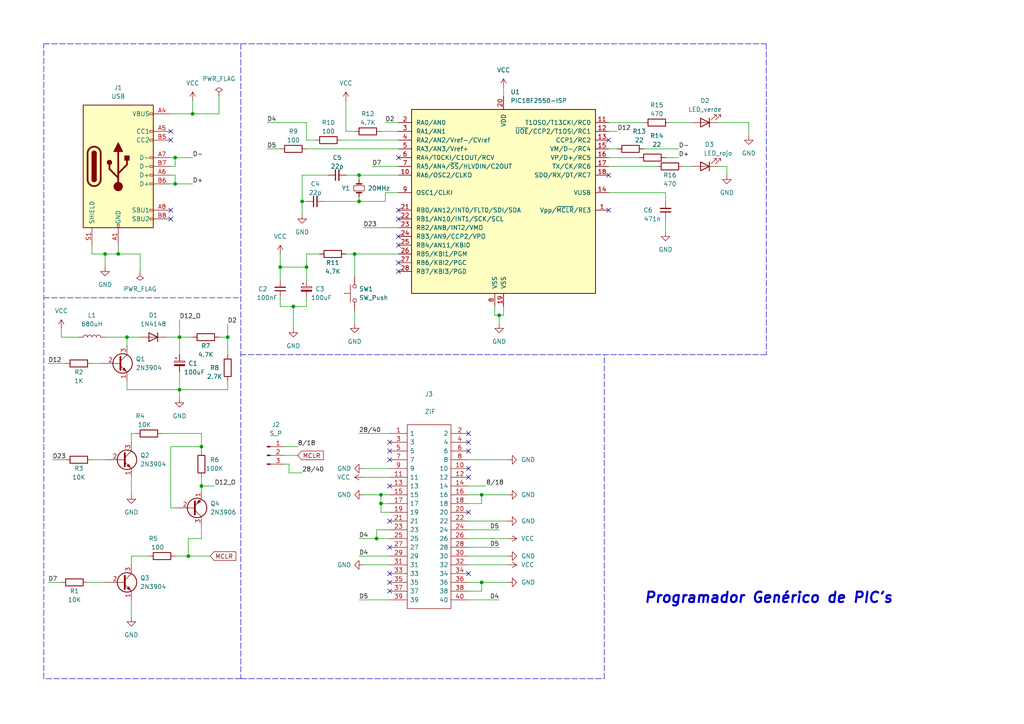
<source format=kicad_sch>
(kicad_sch (version 20211123) (generator eeschema)
  (paper "A4")
  (title_block (title "Programador Genérico de PIC's") (date "2022-11-22") (rev "1"))
  (lib_symbols
    (symbol "Connector:Conn_01x03_Male" (pin_names (offset 1.016) hide)
      (property "Reference" "J" (at 0 5.08 0))
      (property "Value" "Conn_01x03_Male" (at 0 -5.08 0))
      (symbol "Conn_01x03_Male_1_1"
        (polyline (pts (xy 1.27 -2.54) (xy 0.8636 -2.54)) (stroke (width 0.1524)))
        (polyline (pts (xy 1.27 0) (xy 0.8636 0)) (stroke (width 0.1524)))
        (polyline (pts (xy 1.27 2.54) (xy 0.8636 2.54)) (stroke (width 0.1524)))
        (rectangle (start 0.8636 -2.413) (end 0 -2.667) (stroke (width 0.1524)) (fill (type outline)))
        (rectangle (start 0.8636 0.127) (end 0 -0.127) (stroke (width 0.1524)) (fill (type outline)))
        (rectangle (start 0.8636 2.667) (end 0 2.413) (stroke (width 0.1524)) (fill (type outline)))
        (pin passive line (at 5.08 2.54 180) (length 3.81) (name "Pin_1") (number "1"))
        (pin passive line (at 5.08 0 180) (length 3.81) (name "Pin_2") (number "2"))
        (pin passive line (at 5.08 -2.54 180) (length 3.81) (name "Pin_3") (number "3"))
      )
    )
    (symbol "Connector:USB_C_Receptacle_USB2.0" (pin_names (offset 1.016))
      (property "Reference" "J" (at -10.16 19.05 0))
      (property "Value" "USB_C_Receptacle_USB2.0" (at 19.05 19.05 0))
      (symbol "USB_C_Receptacle_USB2.0_0_0"
        (rectangle (start -0.254 -17.78) (end 0.254 -16.764))
        (rectangle (start 10.16 -14.986) (end 9.144 -15.494))
        (rectangle (start 10.16 -12.446) (end 9.144 -12.954))
        (rectangle (start 10.16 -4.826) (end 9.144 -5.334))
        (rectangle (start 10.16 -2.286) (end 9.144 -2.794))
        (rectangle (start 10.16 0.254) (end 9.144 -0.254))
        (rectangle (start 10.16 2.794) (end 9.144 2.286))
        (rectangle (start 10.16 7.874) (end 9.144 7.366))
        (rectangle (start 10.16 10.414) (end 9.144 9.906))
        (rectangle (start 10.16 15.494) (end 9.144 14.986))
      )
      (symbol "USB_C_Receptacle_USB2.0_0_1"
        (rectangle (start -10.16 17.78) (end 10.16 -17.78) (stroke (width 0.254)) (fill (type background)))
        (arc (start -8.89 -3.81) (mid -6.985 -5.715) (end -5.08 -3.81) (stroke (width 0.508)))
        (arc (start -7.62 -3.81) (mid -6.985 -4.445) (end -6.35 -3.81) (stroke (width 0.254)))
        (arc (start -7.62 -3.81) (mid -6.985 -4.445) (end -6.35 -3.81) (stroke (width 0.254)) (fill (type outline)))
        (rectangle (start -7.62 -3.81) (end -6.35 3.81) (stroke (width 0.254)) (fill (type outline)))
        (arc (start -6.35 3.81) (mid -6.985 4.445) (end -7.62 3.81) (stroke (width 0.254)))
        (arc (start -6.35 3.81) (mid -6.985 4.445) (end -7.62 3.81) (stroke (width 0.254)) (fill (type outline)))
        (arc (start -5.08 3.81) (mid -6.985 5.715) (end -8.89 3.81) (stroke (width 0.508)))
        (circle (center -2.54 1.143) (radius 0.635) (stroke (width 0.254)) (fill (type outline)))
        (circle (center 0 -5.842) (radius 1.27) (fill (type outline)))
        (polyline (pts (xy -8.89 -3.81) (xy -8.89 3.81)) (stroke (width 0.508)))
        (polyline (pts (xy -5.08 3.81) (xy -5.08 -3.81)) (stroke (width 0.508)))
        (polyline (pts (xy 0 -5.842) (xy 0 4.318)) (stroke (width 0.508)))
        (polyline (pts (xy 0 -3.302) (xy -2.54 -0.762) (xy -2.54 0.508)) (stroke (width 0.508)))
        (polyline (pts (xy 0 -2.032) (xy 2.54 0.508) (xy 2.54 1.778)) (stroke (width 0.508)))
        (polyline (pts (xy -1.27 4.318) (xy 0 6.858) (xy 1.27 4.318) (xy -1.27 4.318)) (stroke (width 0.254)) (fill (type outline)))
        (rectangle (start 1.905 1.778) (end 3.175 3.048) (stroke (width 0.254)) (fill (type outline)))
      )
      (symbol "USB_C_Receptacle_USB2.0_1_1"
        (pin passive line (at 0 -22.86 90) (length 5.08) (name "GND") (number "A1"))
        (pin passive line (at 0 -22.86 90) (length 5.08) hide (name "GND") (number "A12"))
        (pin passive line (at 15.24 15.24 180) (length 5.08) (name "VBUS") (number "A4"))
        (pin bidirectional line (at 15.24 10.16 180) (length 5.08) (name "CC1") (number "A5"))
        (pin bidirectional line (at 15.24 -2.54 180) (length 5.08) (name "D+") (number "A6"))
        (pin bidirectional line (at 15.24 2.54 180) (length 5.08) (name "D-") (number "A7"))
        (pin bidirectional line (at 15.24 -12.7 180) (length 5.08) (name "SBU1") (number "A8"))
        (pin passive line (at 15.24 15.24 180) (length 5.08) hide (name "VBUS") (number "A9"))
        (pin passive line (at 0 -22.86 90) (length 5.08) hide (name "GND") (number "B1"))
        (pin passive line (at 0 -22.86 90) (length 5.08) hide (name "GND") (number "B12"))
        (pin passive line (at 15.24 15.24 180) (length 5.08) hide (name "VBUS") (number "B4"))
        (pin bidirectional line (at 15.24 7.62 180) (length 5.08) (name "CC2") (number "B5"))
        (pin bidirectional line (at 15.24 -5.08 180) (length 5.08) (name "D+") (number "B6"))
        (pin bidirectional line (at 15.24 0 180) (length 5.08) (name "D-") (number "B7"))
        (pin bidirectional line (at 15.24 -15.24 180) (length 5.08) (name "SBU2") (number "B8"))
        (pin passive line (at 15.24 15.24 180) (length 5.08) hide (name "VBUS") (number "B9"))
        (pin passive line (at -7.62 -22.86 90) (length 5.08) (name "SHIELD") (number "S1"))
      )
    )
    (symbol "Device:C_Polarized_Small" (pin_numbers hide) (pin_names (offset 0.254) hide)
      (property "Reference" "C" (at 0.254 1.778 0))
      (property "Value" "C_Polarized_Small" (at 0.254 -2.032 0))
      (symbol "C_Polarized_Small_0_1"
        (rectangle (start -1.524 -0.3048) (end 1.524 -0.6858) (fill (type outline)))
        (rectangle (start -1.524 0.6858) (end 1.524 0.3048))
        (polyline (pts (xy -1.27 1.524) (xy -0.762 1.524)))
        (polyline (pts (xy -1.016 1.27) (xy -1.016 1.778)))
      )
      (symbol "C_Polarized_Small_1_1"
        (pin passive line (at 0 2.54 270) (length 1.8542) (name "~") (number "1"))
        (pin passive line (at 0 -2.54 90) (length 1.8542) (name "~") (number "2"))
      )
    )
    (symbol "Device:C_Small" (pin_numbers hide) (pin_names (offset 0.254) hide)
      (property "Reference" "C" (at 0.254 1.778 0))
      (property "Value" "C_Small" (at 0.254 -2.032 0))
      (symbol "C_Small_0_1"
        (polyline (pts (xy -1.524 -0.508) (xy 1.524 -0.508)) (stroke (width 0.3302)))
        (polyline (pts (xy -1.524 0.508) (xy 1.524 0.508)) (stroke (width 0.3048)))
      )
      (symbol "C_Small_1_1"
        (pin passive line (at 0 2.54 270) (length 2.032) (name "~") (number "1"))
        (pin passive line (at 0 -2.54 90) (length 2.032) (name "~") (number "2"))
      )
    )
    (symbol "Device:Crystal_Small" (pin_numbers hide) (pin_names (offset 1.016) hide)
      (property "Reference" "Y" (at 0 2.54 0))
      (property "Value" "Crystal_Small" (at 0 -2.54 0))
      (symbol "Crystal_Small_0_1"
        (rectangle (start -0.762 -1.524) (end 0.762 1.524))
        (polyline (pts (xy -1.27 -0.762) (xy -1.27 0.762)) (stroke (width 0.381)))
        (polyline (pts (xy 1.27 -0.762) (xy 1.27 0.762)) (stroke (width 0.381)))
      )
      (symbol "Crystal_Small_1_1"
        (pin passive line (at -2.54 0 0) (length 1.27) (name "1") (number "1"))
        (pin passive line (at 2.54 0 180) (length 1.27) (name "2") (number "2"))
      )
    )
    (symbol "Device:L" (pin_numbers hide) (pin_names (offset 1.016) hide)
      (property "Reference" "L" (at -1.27 0 90))
      (property "Value" "L" (at 1.905 0 90))
      (symbol "L_0_1"
        (arc (start 0 -2.54) (mid 0.635 -1.905) (end 0 -1.27))
        (arc (start 0 -1.27) (mid 0.635 -0.635) (end 0 0))
        (arc (start 0 0) (mid 0.635 0.635) (end 0 1.27))
        (arc (start 0 1.27) (mid 0.635 1.905) (end 0 2.54))
      )
      (symbol "L_1_1"
        (pin passive line (at 0 3.81 270) (length 1.27) (name "1") (number "1"))
        (pin passive line (at 0 -3.81 90) (length 1.27) (name "2") (number "2"))
      )
    )
    (symbol "Device:LED" (pin_numbers hide) (pin_names (offset 1.016) hide)
      (property "Reference" "D" (at 0 2.54 0))
      (property "Value" "LED" (at 0 -2.54 0))
      (symbol "LED_0_1"
        (polyline (pts (xy -1.27 -1.27) (xy -1.27 1.27)) (stroke (width 0.254)))
        (polyline (pts (xy -1.27 0) (xy 1.27 0)))
        (polyline (pts (xy 1.27 -1.27) (xy 1.27 1.27) (xy -1.27 0) (xy 1.27 -1.27)) (stroke (width 0.254)))
        (polyline (pts (xy -3.048 -0.762) (xy -4.572 -2.286) (xy -3.81 -2.286) (xy -4.572 -2.286) (xy -4.572 -1.524)))
        (polyline (pts (xy -1.778 -0.762) (xy -3.302 -2.286) (xy -2.54 -2.286) (xy -3.302 -2.286) (xy -3.302 -1.524)))
      )
      (symbol "LED_1_1"
        (pin passive line (at -3.81 0 0) (length 2.54) (name "K") (number "1"))
        (pin passive line (at 3.81 0 180) (length 2.54) (name "A") (number "2"))
      )
    )
    (symbol "Device:R" (pin_numbers hide) (pin_names (offset 0))
      (property "Reference" "R" (at 2.032 0 90))
      (property "Value" "R" (at 0 0 90))
      (symbol "R_0_1"
        (rectangle (start -1.016 -2.54) (end 1.016 2.54) (stroke (width 0.254)))
      )
      (symbol "R_1_1"
        (pin passive line (at 0 3.81 270) (length 1.27) (name "~") (number "1"))
        (pin passive line (at 0 -3.81 90) (length 1.27) (name "~") (number "2"))
      )
    )
    (symbol "Diode:1N4148" (pin_numbers hide) (pin_names (offset 1.016) hide)
      (property "Reference" "D" (at 0 2.54 0))
      (property "Value" "1N4148" (at 0 -2.54 0))
      (symbol "1N4148_0_1"
        (polyline (pts (xy -1.27 1.27) (xy -1.27 -1.27)) (stroke (width 0.254)))
        (polyline (pts (xy 1.27 0) (xy -1.27 0)))
        (polyline (pts (xy 1.27 1.27) (xy 1.27 -1.27) (xy -1.27 0) (xy 1.27 1.27)) (stroke (width 0.254)))
      )
      (symbol "1N4148_1_1"
        (pin passive line (at -3.81 0 0) (length 2.54) (name "K") (number "1"))
        (pin passive line (at 3.81 0 180) (length 2.54) (name "A") (number "2"))
      )
    )
    (symbol "MCU_Microchip_PIC18:PIC18F2550-ISP" (pin_names (offset 1.27))
      (property "Reference" "U" (at -25.4 27.94 0))
      (property "Value" "PIC18F2550-ISP" (at 16.51 -27.94 0))
      (symbol "PIC18F2550-ISP_0_1"
        (rectangle (start -26.67 26.67) (end 26.67 -26.67) (stroke (width 0.254)) (fill (type background)))
      )
      (symbol "PIC18F2550-ISP_1_1"
        (pin input line (at 30.48 -2.54 180) (length 3.81) (name "Vpp/~{MCLR}/RE3") (number "1"))
        (pin output line (at -30.48 7.62 0) (length 3.81) (name "RA6/OSC2/CLKO") (number "10"))
        (pin bidirectional line (at 30.48 22.86 180) (length 3.81) (name "T1OSO/T13CKI/RC0") (number "11"))
        (pin bidirectional line (at 30.48 20.32 180) (length 3.81) (name "~{UOE}/CCP2/T1OSI/RC1") (number "12"))
        (pin bidirectional line (at 30.48 17.78 180) (length 3.81) (name "CCP1/RC2") (number "13"))
        (pin bidirectional line (at 30.48 2.54 180) (length 3.81) (name "VUSB") (number "14"))
        (pin bidirectional line (at 30.48 15.24 180) (length 3.81) (name "VM/D-/RC4") (number "15"))
        (pin bidirectional line (at 30.48 12.7 180) (length 3.81) (name "VP/D+/RC5") (number "16"))
        (pin bidirectional line (at 30.48 10.16 180) (length 3.81) (name "TX/CK/RC6") (number "17"))
        (pin bidirectional line (at 30.48 7.62 180) (length 3.81) (name "SDO/RX/DT/RC7") (number "18"))
        (pin power_in line (at 0 -30.48 90) (length 3.81) (name "VSS") (number "19"))
        (pin bidirectional line (at -30.48 22.86 0) (length 3.81) (name "RA0/AN0") (number "2"))
        (pin power_in line (at 0 30.48 270) (length 3.81) (name "VDD") (number "20"))
        (pin bidirectional line (at -30.48 -2.54 0) (length 3.81) (name "RB0/AN12/INT0/FLT0/SDI/SDA") (number "21"))
        (pin bidirectional line (at -30.48 -5.08 0) (length 3.81) (name "RB1/AN10/INT1/SCK/SCL") (number "22"))
        (pin bidirectional line (at -30.48 -7.62 0) (length 3.81) (name "RB2/AN8/INT2/VMO") (number "23"))
        (pin bidirectional line (at -30.48 -10.16 0) (length 3.81) (name "RB3/AN9/CCP2/VPO") (number "24"))
        (pin bidirectional line (at -30.48 -12.7 0) (length 3.81) (name "RB4/AN11/KBI0") (number "25"))
        (pin bidirectional line (at -30.48 -15.24 0) (length 3.81) (name "RB5/KBI1/PGM") (number "26"))
        (pin bidirectional line (at -30.48 -17.78 0) (length 3.81) (name "RB6/KBI2/PGC") (number "27"))
        (pin bidirectional line (at -30.48 -20.32 0) (length 3.81) (name "RB7/KBI3/PGD") (number "28"))
        (pin bidirectional line (at -30.48 20.32 0) (length 3.81) (name "RA1/AN1") (number "3"))
        (pin bidirectional line (at -30.48 17.78 0) (length 3.81) (name "RA2/AN2/Vref-/CVref") (number "4"))
        (pin bidirectional line (at -30.48 15.24 0) (length 3.81) (name "RA3/AN3/Vref+") (number "5"))
        (pin bidirectional line (at -30.48 12.7 0) (length 3.81) (name "RA4/T0CKI/C1OUT/RCV") (number "6"))
        (pin bidirectional line (at -30.48 10.16 0) (length 3.81) (name "RA5/AN4/~{SS}/HLVDIN/C2OUT") (number "7"))
        (pin power_in line (at -2.54 -30.48 90) (length 3.81) (name "VSS") (number "8"))
        (pin input line (at -30.48 2.54 0) (length 3.81) (name "OSC1/CLKI") (number "9"))
      )
    )
    (symbol "Switch:SW_Push" (pin_numbers hide) (pin_names (offset 1.016) hide)
      (property "Reference" "SW" (at 1.27 2.54 0))
      (property "Value" "SW_Push" (at 0 -1.524 0))
      (symbol "SW_Push_0_1"
        (circle (center -2.032 0) (radius 0.508))
        (polyline (pts (xy 0 1.27) (xy 0 3.048)))
        (polyline (pts (xy 2.54 1.27) (xy -2.54 1.27)))
        (circle (center 2.032 0) (radius 0.508))
        (pin passive line (at -5.08 0 0) (length 2.54) (name "1") (number "1"))
        (pin passive line (at 5.08 0 180) (length 2.54) (name "2") (number "2"))
      )
    )
    (symbol "Transistor_BJT:2N3904" (pin_names (offset 0) hide)
      (property "Reference" "Q" (at 5.08 1.905 0))
      (property "Value" "2N3904" (at 5.08 0 0))
      (symbol "2N3904_0_1"
        (polyline (pts (xy 0.635 0.635) (xy 2.54 2.54)))
        (polyline (pts (xy 0.635 -0.635) (xy 2.54 -2.54) (xy 2.54 -2.54)))
        (polyline (pts (xy 0.635 1.905) (xy 0.635 -1.905) (xy 0.635 -1.905)) (stroke (width 0.508)))
        (polyline (pts (xy 1.27 -1.778) (xy 1.778 -1.27) (xy 2.286 -2.286) (xy 1.27 -1.778) (xy 1.27 -1.778)) (fill (type outline)))
        (circle (center 1.27 0) (radius 2.8194) (stroke (width 0.254)))
      )
      (symbol "2N3904_1_1"
        (pin passive line (at 2.54 -5.08 90) (length 2.54) (name "E") (number "1"))
        (pin passive line (at -5.08 0 0) (length 5.715) (name "B") (number "2"))
        (pin passive line (at 2.54 5.08 270) (length 2.54) (name "C") (number "3"))
      )
    )
    (symbol "Transistor_BJT:2N3906" (pin_names (offset 0) hide)
      (property "Reference" "Q" (at 5.08 1.905 0))
      (property "Value" "2N3906" (at 5.08 0 0))
      (symbol "2N3906_0_1"
        (polyline (pts (xy 0.635 0.635) (xy 2.54 2.54)))
        (polyline (pts (xy 0.635 -0.635) (xy 2.54 -2.54) (xy 2.54 -2.54)))
        (polyline (pts (xy 0.635 1.905) (xy 0.635 -1.905) (xy 0.635 -1.905)) (stroke (width 0.508)))
        (polyline (pts (xy 2.286 -1.778) (xy 1.778 -2.286) (xy 1.27 -1.27) (xy 2.286 -1.778) (xy 2.286 -1.778)) (fill (type outline)))
        (circle (center 1.27 0) (radius 2.8194) (stroke (width 0.254)))
      )
      (symbol "2N3906_1_1"
        (pin passive line (at 2.54 -5.08 90) (length 2.54) (name "E") (number "1"))
        (pin input line (at -5.08 0 0) (length 5.715) (name "B") (number "2"))
        (pin passive line (at 2.54 5.08 270) (length 2.54) (name "C") (number "3"))
      )
    )
    (symbol "ZIF Socket:240-1288-00-0602J" (pin_names (offset 0.762))
      (property "Reference" "J" (at 19.05 7.62 0))
      (property "Value" "240-1288-00-0602J" (at 19.05 5.08 0))
      (symbol "240-1288-00-0602J_0_0"
        (pin passive line (at 0 0 0) (length 5.08) (name "1") (number "1"))
        (pin passive line (at 22.86 -10.16 180) (length 5.08) (name "10") (number "10"))
        (pin passive line (at 0 -12.7 0) (length 5.08) (name "11") (number "11"))
        (pin passive line (at 22.86 -12.7 180) (length 5.08) (name "12") (number "12"))
        (pin passive line (at 0 -15.24 0) (length 5.08) (name "13") (number "13"))
        (pin passive line (at 22.86 -15.24 180) (length 5.08) (name "14") (number "14"))
        (pin passive line (at 0 -17.78 0) (length 5.08) (name "15") (number "15"))
        (pin passive line (at 22.86 -17.78 180) (length 5.08) (name "16") (number "16"))
        (pin passive line (at 0 -20.32 0) (length 5.08) (name "17") (number "17"))
        (pin passive line (at 22.86 -20.32 180) (length 5.08) (name "18") (number "18"))
        (pin passive line (at 0 -22.86 0) (length 5.08) (name "19") (number "19"))
        (pin passive line (at 22.86 0 180) (length 5.08) (name "2") (number "2"))
        (pin passive line (at 22.86 -22.86 180) (length 5.08) (name "20") (number "20"))
        (pin passive line (at 0 -25.4 0) (length 5.08) (name "21") (number "21"))
        (pin passive line (at 22.86 -25.4 180) (length 5.08) (name "22") (number "22"))
        (pin passive line (at 0 -27.94 0) (length 5.08) (name "23") (number "23"))
        (pin passive line (at 22.86 -27.94 180) (length 5.08) (name "24") (number "24"))
        (pin passive line (at 0 -30.48 0) (length 5.08) (name "25") (number "25"))
        (pin passive line (at 22.86 -30.48 180) (length 5.08) (name "26") (number "26"))
        (pin passive line (at 0 -33.02 0) (length 5.08) (name "27") (number "27"))
        (pin passive line (at 22.86 -33.02 180) (length 5.08) (name "28") (number "28"))
        (pin passive line (at 0 -35.56 0) (length 5.08) (name "29") (number "29"))
        (pin passive line (at 0 -2.54 0) (length 5.08) (name "3") (number "3"))
        (pin passive line (at 22.86 -35.56 180) (length 5.08) (name "30") (number "30"))
        (pin passive line (at 0 -38.1 0) (length 5.08) (name "31") (number "31"))
        (pin passive line (at 22.86 -38.1 180) (length 5.08) (name "32") (number "32"))
        (pin passive line (at 0 -40.64 0) (length 5.08) (name "33") (number "33"))
        (pin passive line (at 22.86 -40.64 180) (length 5.08) (name "34") (number "34"))
        (pin passive line (at 0 -43.18 0) (length 5.08) (name "35") (number "35"))
        (pin passive line (at 22.86 -43.18 180) (length 5.08) (name "36") (number "36"))
        (pin passive line (at 0 -45.72 0) (length 5.08) (name "37") (number "37"))
        (pin passive line (at 22.86 -45.72 180) (length 5.08) (name "38") (number "38"))
        (pin passive line (at 0 -48.26 0) (length 5.08) (name "39") (number "39"))
        (pin passive line (at 22.86 -2.54 180) (length 5.08) (name "4") (number "4"))
        (pin passive line (at 22.86 -48.26 180) (length 5.08) (name "40") (number "40"))
        (pin passive line (at 0 -5.08 0) (length 5.08) (name "5") (number "5"))
        (pin passive line (at 22.86 -5.08 180) (length 5.08) (name "6") (number "6"))
        (pin passive line (at 0 -7.62 0) (length 5.08) (name "7") (number "7"))
        (pin passive line (at 22.86 -7.62 180) (length 5.08) (name "8") (number "8"))
        (pin passive line (at 0 -10.16 0) (length 5.08) (name "9") (number "9"))
      )
      (symbol "240-1288-00-0602J_0_1"
        (polyline (pts (xy 5.08 2.54) (xy 17.78 2.54) (xy 17.78 -50.8) (xy 5.08 -50.8) (xy 5.08 2.54)) (stroke (width 0.1524)))
      )
    )
    (symbol "power:GND" (power) (pin_names (offset 0))
      (property "Value" "GND" (at 0 -3.81 0))
      (symbol "GND_0_1"
        (polyline (pts (xy 0 0) (xy 0 -1.27) (xy 1.27 -1.27) (xy 0 -2.54) (xy -1.27 -1.27) (xy 0 -1.27)))
      )
      (symbol "GND_1_1"
        (pin power_in line (at 0 0 270) (length 0) hide (name "GND") (number "1"))
      )
    )
    (symbol "power:PWR_FLAG" (power) (pin_numbers hide) (pin_names (offset 0) hide)
      (property "Value" "PWR_FLAG" (at 0 3.81 0))
      (symbol "PWR_FLAG_0_0"
        (pin power_out line (at 0 0 90) (length 0) (name "pwr") (number "1"))
      )
      (symbol "PWR_FLAG_0_1"
        (polyline (pts (xy 0 0) (xy 0 1.27) (xy -1.016 1.905) (xy 0 2.54) (xy 1.016 1.905) (xy 0 1.27)))
      )
    )
    (symbol "power:VCC" (power) (pin_names (offset 0))
      (property "Value" "VCC" (at 0 3.81 0))
      (symbol "VCC_0_1"
        (polyline (pts (xy -0.762 1.27) (xy 0 2.54)))
        (polyline (pts (xy 0 0) (xy 0 2.54)))
        (polyline (pts (xy 0 2.54) (xy 0.762 1.27)))
      )
      (symbol "VCC_1_1"
        (pin power_in line (at 0 0 90) (length 0) hide (name "VCC") (number "1"))
      )
    )
  )
  (junction (at 87.63 58.42))
  (junction (at 58.42 140.97))
  (junction (at 104.14 58.42))
  (junction (at 34.29 73.66))
  (junction (at 104.14 50.8))
  (junction (at 36.83 97.79))
  (junction (at 109.22 156.21))
  (junction (at 52.07 113.03))
  (junction (at 102.87 73.66))
  (junction (at 55.88 33.02))
  (junction (at 81.28 77.47))
  (junction (at 58.42 129.54))
  (junction (at 88.9 77.47))
  (junction (at 139.7 143.51))
  (junction (at 30.48 73.66))
  (junction (at 110.49 143.51))
  (junction (at 50.8 53.34))
  (junction (at 139.7 168.91))
  (junction (at 54.61 161.29))
  (junction (at 50.8 45.72))
  (junction (at 66.04 97.79))
  (junction (at 52.07 97.79))
  (junction (at 85.09 88.9))
  (junction (at 110.49 146.05))
  (junction (at 144.78 91.44))
  (no_connect (at 115.57 71.12))
  (no_connect (at 115.57 68.58))
  (no_connect (at 115.57 45.72))
  (no_connect (at 115.57 78.74))
  (no_connect (at 115.57 76.2))
  (no_connect (at 176.53 60.96))
  (no_connect (at 176.53 40.64))
  (no_connect (at 176.53 50.8))
  (no_connect (at 115.57 63.5))
  (no_connect (at 115.57 60.96))
  (no_connect (at 135.89 125.73))
  (no_connect (at 135.89 128.27))
  (no_connect (at 135.89 130.81))
  (no_connect (at 135.89 135.89))
  (no_connect (at 135.89 138.43))
  (no_connect (at 113.03 128.27))
  (no_connect (at 135.89 166.37))
  (no_connect (at 113.03 171.45))
  (no_connect (at 113.03 168.91))
  (no_connect (at 113.03 166.37))
  (no_connect (at 113.03 133.35))
  (no_connect (at 113.03 130.81))
  (no_connect (at 135.89 148.59))
  (no_connect (at 113.03 158.75))
  (no_connect (at 113.03 151.13))
  (no_connect (at 113.03 140.97))
  (no_connect (at 49.53 40.64))
  (no_connect (at 49.53 60.96))
  (no_connect (at 49.53 63.5))
  (no_connect (at 49.53 38.1))
  (wire (pts (xy 26.67 133.35) (xy 30.48 133.35)))
  (wire (pts (xy 49.53 33.02) (xy 55.88 33.02)))
  (wire (pts (xy 52.07 113.03) (xy 52.07 115.57)))
  (wire (pts (xy 39.37 125.73) (xy 38.1 125.73)))
  (wire (pts (xy 143.51 88.9) (xy 143.51 91.44)))
  (wire (pts (xy 38.1 138.43) (xy 38.1 143.51)))
  (wire (pts (xy 63.5 27.94) (xy 63.5 33.02)))
  (wire (pts (xy 193.04 55.88) (xy 193.04 58.42)))
  (wire (pts (xy 54.61 161.29) (xy 60.96 161.29)))
  (wire (pts (xy 110.49 148.59) (xy 110.49 146.05)))
  (wire (pts (xy 36.83 97.79) (xy 36.83 100.33)))
  (polyline (pts (xy 222.25 12.7) (xy 222.25 102.87)))
  (wire (pts (xy 66.04 113.03) (xy 52.07 113.03)))
  (wire (pts (xy 13.97 105.41) (xy 19.05 105.41)))
  (wire (pts (xy 135.89 173.99) (xy 144.78 173.99)))
  (wire (pts (xy 88.9 40.64) (xy 91.44 40.64)))
  (wire (pts (xy 135.89 151.13) (xy 147.32 151.13)))
  (polyline (pts (xy 175.26 196.85) (xy 175.26 102.87)))
  (wire (pts (xy 100.33 29.21) (xy 100.33 38.1)))
  (wire (pts (xy 83.82 137.16) (xy 87.63 137.16)))
  (wire (pts (xy 58.42 152.4) (xy 58.42 156.21)))
  (wire (pts (xy 49.53 45.72) (xy 50.8 45.72)))
  (wire (pts (xy 81.28 73.66) (xy 81.28 77.47)))
  (wire (pts (xy 135.89 133.35) (xy 147.32 133.35)))
  (wire (pts (xy 113.03 146.05) (xy 110.49 146.05)))
  (wire (pts (xy 135.89 168.91) (xy 139.7 168.91)))
  (wire (pts (xy 107.95 48.26) (xy 115.57 48.26)))
  (wire (pts (xy 135.89 143.51) (xy 139.7 143.51)))
  (wire (pts (xy 30.48 97.79) (xy 36.83 97.79)))
  (wire (pts (xy 113.03 153.67) (xy 109.22 153.67)))
  (wire (pts (xy 83.82 134.62) (xy 83.82 137.16)))
  (polyline (pts (xy 12.7 86.36) (xy 69.85 86.36)))
  (wire (pts (xy 50.8 48.26) (xy 50.8 45.72)))
  (wire (pts (xy 49.53 53.34) (xy 50.8 53.34)))
  (wire (pts (xy 49.53 129.54) (xy 58.42 129.54)))
  (wire (pts (xy 25.4 168.91) (xy 30.48 168.91)))
  (wire (pts (xy 50.8 53.34) (xy 55.88 53.34)))
  (wire (pts (xy 135.89 158.75) (xy 144.78 158.75)))
  (wire (pts (xy 30.48 73.66) (xy 34.29 73.66)))
  (wire (pts (xy 49.53 147.32) (xy 50.8 147.32)))
  (wire (pts (xy 135.89 156.21) (xy 147.32 156.21)))
  (wire (pts (xy 104.14 52.07) (xy 104.14 50.8)))
  (wire (pts (xy 176.53 55.88) (xy 193.04 55.88)))
  (wire (pts (xy 88.9 88.9) (xy 88.9 86.36)))
  (wire (pts (xy 50.8 45.72) (xy 55.88 45.72)))
  (polyline (pts (xy 69.85 12.7) (xy 222.25 12.7)))
  (wire (pts (xy 50.8 50.8) (xy 50.8 53.34)))
  (wire (pts (xy 198.12 48.26) (xy 200.66 48.26)))
  (wire (pts (xy 111.76 58.42) (xy 104.14 58.42)))
  (wire (pts (xy 135.89 161.29) (xy 147.32 161.29)))
  (wire (pts (xy 109.22 153.67) (xy 109.22 156.21)))
  (wire (pts (xy 115.57 55.88) (xy 111.76 55.88)))
  (wire (pts (xy 146.05 91.44) (xy 146.05 88.9)))
  (wire (pts (xy 77.47 43.18) (xy 81.28 43.18)))
  (wire (pts (xy 186.69 43.18) (xy 196.85 43.18)))
  (wire (pts (xy 38.1 125.73) (xy 38.1 128.27)))
  (wire (pts (xy 58.42 129.54) (xy 58.42 130.81)))
  (wire (pts (xy 38.1 161.29) (xy 43.18 161.29)))
  (wire (pts (xy 104.14 156.21) (xy 109.22 156.21)))
  (wire (pts (xy 105.41 135.89) (xy 113.03 135.89)))
  (wire (pts (xy 54.61 156.21) (xy 58.42 156.21)))
  (wire (pts (xy 88.9 77.47) (xy 88.9 81.28)))
  (wire (pts (xy 176.53 38.1) (xy 179.07 38.1)))
  (wire (pts (xy 140.97 140.97) (xy 135.89 140.97)))
  (wire (pts (xy 105.41 138.43) (xy 113.03 138.43)))
  (wire (pts (xy 139.7 146.05) (xy 139.7 143.51)))
  (wire (pts (xy 144.78 91.44) (xy 144.78 93.98)))
  (wire (pts (xy 26.67 73.66) (xy 30.48 73.66)))
  (wire (pts (xy 104.14 161.29) (xy 113.03 161.29)))
  (wire (pts (xy 52.07 92.71) (xy 52.07 97.79)))
  (wire (pts (xy 135.89 163.83) (xy 147.32 163.83)))
  (wire (pts (xy 66.04 110.49) (xy 66.04 113.03)))
  (wire (pts (xy 93.98 58.42) (xy 104.14 58.42)))
  (wire (pts (xy 87.63 50.8) (xy 87.63 58.42)))
  (wire (pts (xy 87.63 58.42) (xy 88.9 58.42)))
  (wire (pts (xy 100.33 73.66) (xy 102.87 73.66)))
  (wire (pts (xy 104.14 173.99) (xy 113.03 173.99)))
  (wire (pts (xy 48.26 97.79) (xy 52.07 97.79)))
  (wire (pts (xy 52.07 97.79) (xy 52.07 102.87)))
  (wire (pts (xy 111.76 55.88) (xy 111.76 58.42)))
  (wire (pts (xy 81.28 88.9) (xy 85.09 88.9)))
  (wire (pts (xy 26.67 105.41) (xy 29.21 105.41)))
  (wire (pts (xy 38.1 173.99) (xy 38.1 179.07)))
  (wire (pts (xy 113.03 148.59) (xy 110.49 148.59)))
  (wire (pts (xy 193.04 45.72) (xy 196.85 45.72)))
  (wire (pts (xy 208.28 48.26) (xy 210.82 48.26)))
  (wire (pts (xy 176.53 48.26) (xy 190.5 48.26)))
  (wire (pts (xy 34.29 73.66) (xy 34.29 71.12)))
  (wire (pts (xy 104.14 58.42) (xy 104.14 57.15)))
  (wire (pts (xy 135.89 146.05) (xy 139.7 146.05)))
  (wire (pts (xy 100.33 50.8) (xy 104.14 50.8)))
  (wire (pts (xy 49.53 48.26) (xy 50.8 48.26)))
  (wire (pts (xy 52.07 113.03) (xy 52.07 107.95)))
  (wire (pts (xy 143.51 91.44) (xy 144.78 91.44)))
  (wire (pts (xy 49.53 50.8) (xy 50.8 50.8)))
  (wire (pts (xy 110.49 146.05) (xy 110.49 143.51)))
  (wire (pts (xy 210.82 48.26) (xy 210.82 50.8)))
  (wire (pts (xy 15.24 133.35) (xy 19.05 133.35)))
  (wire (pts (xy 30.48 73.66) (xy 30.48 77.47)))
  (wire (pts (xy 102.87 73.66) (xy 115.57 73.66)))
  (wire (pts (xy 81.28 81.28) (xy 81.28 77.47)))
  (wire (pts (xy 81.28 77.47) (xy 88.9 77.47)))
  (polyline (pts (xy 69.85 196.85) (xy 175.26 196.85)))
  (wire (pts (xy 99.06 40.64) (xy 115.57 40.64)))
  (wire (pts (xy 105.41 66.04) (xy 115.57 66.04)))
  (wire (pts (xy 88.9 35.56) (xy 88.9 40.64)))
  (wire (pts (xy 139.7 168.91) (xy 147.32 168.91)))
  (wire (pts (xy 176.53 45.72) (xy 185.42 45.72)))
  (wire (pts (xy 135.89 153.67) (xy 144.78 153.67)))
  (wire (pts (xy 50.8 161.29) (xy 54.61 161.29)))
  (wire (pts (xy 194.31 35.56) (xy 200.66 35.56)))
  (wire (pts (xy 13.97 168.91) (xy 17.78 168.91)))
  (wire (pts (xy 81.28 86.36) (xy 81.28 88.9)))
  (wire (pts (xy 17.78 95.25) (xy 17.78 97.79)))
  (wire (pts (xy 87.63 58.42) (xy 87.63 62.23)))
  (wire (pts (xy 63.5 33.02) (xy 55.88 33.02)))
  (wire (pts (xy 88.9 43.18) (xy 115.57 43.18)))
  (wire (pts (xy 58.42 125.73) (xy 58.42 129.54)))
  (wire (pts (xy 58.42 140.97) (xy 58.42 142.24)))
  (wire (pts (xy 49.53 147.32) (xy 49.53 129.54)))
  (wire (pts (xy 82.55 134.62) (xy 83.82 134.62)))
  (wire (pts (xy 85.09 88.9) (xy 85.09 95.25)))
  (wire (pts (xy 88.9 73.66) (xy 88.9 77.47)))
  (polyline (pts (xy 222.25 102.87) (xy 69.85 102.87)))
  (wire (pts (xy 40.64 78.74) (xy 40.64 73.66)))
  (wire (pts (xy 217.17 35.56) (xy 217.17 39.37)))
  (wire (pts (xy 102.87 38.1) (xy 100.33 38.1)))
  (wire (pts (xy 95.25 50.8) (xy 87.63 50.8)))
  (wire (pts (xy 26.67 71.12) (xy 26.67 73.66)))
  (wire (pts (xy 102.87 73.66) (xy 102.87 80.01)))
  (wire (pts (xy 102.87 90.17) (xy 102.87 93.98)))
  (wire (pts (xy 82.55 132.08) (xy 86.36 132.08)))
  (wire (pts (xy 104.14 50.8) (xy 115.57 50.8)))
  (wire (pts (xy 82.55 129.54) (xy 86.36 129.54)))
  (wire (pts (xy 208.28 35.56) (xy 217.17 35.56)))
  (wire (pts (xy 85.09 88.9) (xy 88.9 88.9)))
  (wire (pts (xy 139.7 171.45) (xy 139.7 168.91)))
  (wire (pts (xy 105.41 143.51) (xy 110.49 143.51)))
  (wire (pts (xy 146.05 25.4) (xy 146.05 27.94)))
  (wire (pts (xy 113.03 125.73) (xy 104.14 125.73)))
  (wire (pts (xy 38.1 163.83) (xy 38.1 161.29)))
  (wire (pts (xy 105.41 163.83) (xy 113.03 163.83)))
  (wire (pts (xy 58.42 138.43) (xy 58.42 140.97)))
  (wire (pts (xy 58.42 140.97) (xy 62.23 140.97)))
  (wire (pts (xy 46.99 125.73) (xy 58.42 125.73)))
  (polyline (pts (xy 12.7 12.7) (xy 69.85 12.7)))
  (wire (pts (xy 40.64 73.66) (xy 34.29 73.66)))
  (wire (pts (xy 111.76 35.56) (xy 115.57 35.56)))
  (wire (pts (xy 36.83 113.03) (xy 52.07 113.03)))
  (wire (pts (xy 17.78 97.79) (xy 22.86 97.79)))
  (polyline (pts (xy 12.7 196.85) (xy 12.7 12.7)))
  (wire (pts (xy 66.04 97.79) (xy 66.04 102.87)))
  (wire (pts (xy 110.49 143.51) (xy 113.03 143.51)))
  (polyline (pts (xy 69.85 196.85) (xy 12.7 196.85)))
  (wire (pts (xy 36.83 110.49) (xy 36.83 113.03)))
  (wire (pts (xy 63.5 97.79) (xy 66.04 97.79)))
  (polyline (pts (xy 69.85 12.7) (xy 69.85 196.85)))
  (wire (pts (xy 139.7 143.51) (xy 147.32 143.51)))
  (wire (pts (xy 110.49 38.1) (xy 115.57 38.1)))
  (wire (pts (xy 92.71 73.66) (xy 88.9 73.66)))
  (wire (pts (xy 55.88 33.02) (xy 55.88 29.21)))
  (wire (pts (xy 77.47 35.56) (xy 88.9 35.56)))
  (wire (pts (xy 66.04 93.98) (xy 66.04 97.79)))
  (wire (pts (xy 176.53 35.56) (xy 186.69 35.56)))
  (wire (pts (xy 193.04 63.5) (xy 193.04 67.31)))
  (wire (pts (xy 36.83 97.79) (xy 40.64 97.79)))
  (wire (pts (xy 176.53 43.18) (xy 179.07 43.18)))
  (wire (pts (xy 135.89 171.45) (xy 139.7 171.45)))
  (wire (pts (xy 54.61 161.29) (xy 54.61 156.21)))
  (wire (pts (xy 144.78 91.44) (xy 146.05 91.44)))
  (wire (pts (xy 52.07 97.79) (xy 55.88 97.79)))
  (wire (pts (xy 109.22 156.21) (xy 113.03 156.21)))
  (text "Programador Genérico de PIC's" (at 186.69 175.26 0) (effects (font (size 3 3) (thickness 0.6) bold italic) (justify left bottom)))
  (label "D4" (at 77.47 35.56 0))
  (label "D12_O" (at 62.23 140.97 0))
  (label "D7" (at 13.97 168.91 0))
  (label "D2" (at 66.04 93.98 0))
  (label "D12" (at 179.07 38.1 0))
  (label "D12" (at 13.97 105.41 0))
  (label "D23" (at 15.24 133.35 0))
  (label "D4" (at 144.78 173.99 180))
  (label "8{slash}18" (at 86.36 129.54 0))
  (label "D12_O" (at 52.07 92.71 0))
  (label "D7" (at 107.95 48.26 0))
  (label "D5" (at 144.78 158.75 180))
  (label "D4" (at 104.14 161.29 0))
  (label "D5" (at 144.78 153.67 180))
  (label "D4" (at 104.14 156.21 0))
  (label "D2" (at 111.76 35.56 0))
  (label "D5" (at 77.47 43.18 0))
  (label "D23" (at 105.41 66.04 0))
  (label "28{slash}40" (at 104.14 125.73 0))
  (label "D+" (at 55.88 53.34 0))
  (label "D5" (at 104.14 173.99 0))
  (label "28{slash}40" (at 87.63 137.16 0))
  (label "8{slash}18" (at 140.97 140.97 0))
  (label "D-" (at 196.85 43.18 0))
  (label "D+" (at 196.85 45.72 0))
  (label "D-" (at 55.88 45.72 0))
  (global_label "MCLR" (shape input) (at 60.96 161.29 0) (property "Referencias entre hojas" "${INTERSHEET_REFS}" (effects hide)))
  (global_label "MCLR" (shape input) (at 86.36 132.08 0) (property "Referencias entre hojas" "${INTERSHEET_REFS}" (effects hide)))
  (symbol (lib_id "Device:R") (at 96.52 73.66 90) (unit 1)
    (property "Reference" "R11" (at 96.52 76.2 90))
    (property "Value" "4.7K" (at 96.52 78.74 90))
    (property "Footprint" "Resistor_THT:R_Axial_DIN0204_L3.6mm_D1.6mm_P5.08mm_Horizontal" (effects hide))
  )
  (symbol (lib_id "Diode:1N4148") (at 44.45 97.79 180) (unit 1)
    (property "Reference" "D1" (at 44.45 91.44 0))
    (property "Value" "1N4148" (at 44.45 93.98 0))
    (property "Footprint" "Diode_THT:D_DO-35_SOD27_P7.62mm_Horizontal" (effects hide))
    (property "Datasheet" "https://assets.nexperia.com/documents/data-sheet/1N4148_1N4448.pdf" (effects hide))
  )
  (symbol (lib_id "Device:C_Polarized_Small") (at 88.9 83.82 0) (unit 1)
    (property "Reference" "C3" (at 91.44 83.82 0) (effects (justify left)))
    (property "Value" "100uF" (at 90.17 86.36 0) (effects (justify left)))
    (property "Footprint" "Capacitor_THT:CP_Radial_D8.0mm_P5.00mm" (effects hide))
  )
  (symbol (lib_id "Device:R") (at 95.25 40.64 90) (unit 1)
    (property "Reference" "R10" (at 95.25 35.56 90))
    (property "Value" "100" (at 95.25 38.1 90))
    (property "Footprint" "Resistor_THT:R_Axial_DIN0204_L3.6mm_D1.6mm_P5.08mm_Horizontal" (effects hide))
  )
  (symbol (lib_id "power:GND") (at 38.1 143.51 0) (unit 1)
    (property "Reference" "#PWR03" (effects hide))
    (property "Value" "GND" (at 38.1 148.59 0))
  )
  (symbol (lib_id "power:GND") (at 52.07 115.57 0) (unit 1)
    (property "Reference" "#PWR05" (effects hide))
    (property "Value" "GND" (at 52.07 120.65 0))
  )
  (symbol (lib_id "power:GND") (at 147.32 133.35 90) (unit 1)
    (property "Reference" "#PWR018" (effects hide))
    (property "Value" "GND" (at 151.13 133.3499 90) (effects (justify right)))
  )
  (symbol (lib_id "power:VCC") (at 147.32 156.21 270) (unit 1)
    (property "Reference" "#PWR021" (effects hide))
    (property "Value" "VCC" (at 151.13 156.2099 90) (effects (justify left)))
  )
  (symbol (lib_id "Device:R") (at 22.86 133.35 90) (unit 1)
    (property "Reference" "R3" (at 22.86 135.89 90))
    (property "Value" "10K" (at 22.86 138.43 90))
    (property "Footprint" "Resistor_THT:R_Axial_DIN0204_L3.6mm_D1.6mm_P5.08mm_Horizontal" (effects hide))
  )
  (symbol (lib_id "Device:R") (at 190.5 35.56 90) (unit 1)
    (property "Reference" "R15" (at 190.5 30.48 90))
    (property "Value" "470" (at 190.5 33.02 90))
    (property "Footprint" "Resistor_THT:R_Axial_DIN0204_L3.6mm_D1.6mm_P5.08mm_Horizontal" (effects hide))
  )
  (symbol (lib_id "power:GND") (at 147.32 143.51 90) (unit 1)
    (property "Reference" "#PWR019" (effects hide))
    (property "Value" "GND" (at 151.13 143.5099 90) (effects (justify right)))
  )
  (symbol (lib_id "power:VCC") (at 147.32 163.83 270) (unit 1)
    (property "Reference" "#PWR023" (effects hide))
    (property "Value" "VCC" (at 151.13 163.8299 90) (effects (justify left)))
  )
  (symbol (lib_id "Transistor_BJT:2N3904") (at 34.29 105.41 0) (unit 1)
    (property "Reference" "Q1" (at 39.37 104.1399 0) (effects (justify left)))
    (property "Value" "2N3904" (at 39.37 106.6799 0) (effects (justify left)))
    (property "Footprint" "Package_TO_SOT_THT:TO-92_Inline" (effects hide))
    (property "Datasheet" "https://www.onsemi.com/pub/Collateral/2N3903-D.PDF" (effects hide))
  )
  (symbol (lib_id "Device:R") (at 182.88 43.18 90) (unit 1)
    (property "Reference" "R13" (at 185.42 38.1 90))
    (property "Value" "22" (at 185.42 40.64 90))
    (property "Footprint" "Resistor_THT:R_Axial_DIN0204_L3.6mm_D1.6mm_P5.08mm_Horizontal" (effects hide))
  )
  (symbol (lib_id "power:GND") (at 38.1 179.07 0) (unit 1)
    (property "Reference" "#PWR04" (effects hide))
    (property "Value" "GND" (at 38.1 184.15 0))
  )
  (symbol (lib_id "ZIF Socket:240-1288-00-0602J") (at 113.03 125.73 0) (unit 1)
    (property "Reference" "J3" (at 123.19 114.3 0) (effects (justify left)))
    (property "Value" "ZIF" (at 123.19 119.38 0) (effects (justify left)))
    (property "Footprint" "ZIF Scoket:2401288000602J" (effects hide))
    (property "Datasheet" "http://multimedia.3m.com/mws/media/99720O/3mtm-textooltm-universal-zip-dip-socket-ts0392.pdf" (effects hide))
    (property "Description" "3M 2.54mm Pitch Vertical 40 Way, Through Hole Closed Frame IC Dip Socket, 1A" (effects hide))
    (property "Height" "11.6" (effects hide))
    (property "Manufacturer_Name" "3M" (effects hide))
    (property "Manufacturer_Part_Number" "240-1288-00-0602J" (effects hide))
    (property "Mouser Part Number" "517-240-1288-00" (effects hide))
    (property "Mouser Price/Stock" "https://www.mouser.co.uk/ProductDetail/3M-Electronic-Solutions-Division/240-1288-00-0602J?qs=RC2ne4458ILz2YQSOKSF7Q%3D%3D" (effects hide))
    (property "Arrow Part Number" "240-1288-00-0602J" (effects hide))
    (property "Arrow Price/Stock" "https://www.arrow.com/en/products/240-1288-00-0602j/3m?region=nac" (effects hide))
  )
  (symbol (lib_id "Device:R") (at 194.31 48.26 90) (unit 1)
    (property "Reference" "R16" (at 194.31 50.8 90))
    (property "Value" "470" (at 194.31 53.34 90))
    (property "Footprint" "Resistor_THT:R_Axial_DIN0204_L3.6mm_D1.6mm_P5.08mm_Horizontal" (effects hide))
  )
  (symbol (lib_id "Connector:Conn_01x03_Male") (at 77.47 132.08 0) (unit 1)
    (property "Reference" "J2" (at 80.01 123.19 0))
    (property "Value" "S_P" (at 80.01 125.73 0))
    (property "Footprint" "Connector_PinHeader_2.54mm:PinHeader_1x03_P2.54mm_Vertical" (effects hide))
  )
  (symbol (lib_id "power:VCC") (at 146.05 25.4 0) (unit 1)
    (property "Reference" "#PWR017" (effects hide))
    (property "Value" "VCC" (at 146.05 20.32 0))
  )
  (symbol (lib_id "power:GND") (at 105.41 135.89 270) (unit 1)
    (property "Reference" "#PWR012" (effects hide))
    (property "Value" "GND" (at 97.79 135.89 90) (effects (justify left)))
  )
  (symbol (lib_id "Device:C_Polarized_Small") (at 52.07 105.41 0) (unit 1)
    (property "Reference" "C1" (at 54.61 105.41 0) (effects (justify left)))
    (property "Value" "100uF" (at 53.34 107.95 0) (effects (justify left)))
    (property "Footprint" "Capacitor_THT:CP_Radial_D8.0mm_P5.00mm" (effects hide))
  )
  (symbol (lib_id "power:GND") (at 30.48 77.47 0) (unit 1)
    (property "Reference" "#PWR02" (effects hide))
    (property "Value" "GND" (at 30.48 82.55 0))
  )
  (symbol (lib_id "Transistor_BJT:2N3904") (at 35.56 168.91 0) (unit 1)
    (property "Reference" "Q3" (at 40.64 167.6399 0) (effects (justify left)))
    (property "Value" "2N3904" (at 40.64 170.1799 0) (effects (justify left)))
    (property "Footprint" "Package_TO_SOT_THT:TO-92_Inline" (effects hide))
    (property "Datasheet" "https://www.onsemi.com/pub/Collateral/2N3903-D.PDF" (effects hide))
  )
  (symbol (lib_id "Device:R") (at 59.69 97.79 90) (unit 1)
    (property "Reference" "R7" (at 59.69 100.33 90))
    (property "Value" "4.7K" (at 59.69 102.87 90))
    (property "Footprint" "Resistor_THT:R_Axial_DIN0204_L3.6mm_D1.6mm_P5.08mm_Horizontal" (effects hide))
  )
  (symbol (lib_id "power:VCC") (at 55.88 29.21 0) (unit 1)
    (property "Reference" "#PWR06" (effects hide))
    (property "Value" "VCC" (at 55.88 24.13 0))
  )
  (symbol (lib_id "Device:R") (at 21.59 168.91 90) (unit 1)
    (property "Reference" "R1" (at 21.59 171.45 90))
    (property "Value" "10K" (at 21.59 173.99 90))
    (property "Footprint" "Resistor_THT:R_Axial_DIN0204_L3.6mm_D1.6mm_P5.08mm_Horizontal" (effects hide))
  )
  (symbol (lib_id "Connector:USB_C_Receptacle_USB2.0") (at 34.29 48.26 0) (unit 1)
    (property "Reference" "J1" (at 34.29 25.4 0))
    (property "Value" "USB" (at 34.29 27.94 0))
    (property "Footprint" "Connector_USB:USB_C_Receptacle_Palconn_UTC16-G" (effects hide))
    (property "Datasheet" "https://www.usb.org/sites/default/files/documents/usb_type-c.zip" (effects hide))
  )
  (symbol (lib_id "Device:R") (at 22.86 105.41 90) (unit 1)
    (property "Reference" "R2" (at 22.86 107.95 90))
    (property "Value" "1K" (at 22.86 110.49 90))
    (property "Footprint" "Resistor_THT:R_Axial_DIN0204_L3.6mm_D1.6mm_P5.08mm_Horizontal" (effects hide))
  )
  (symbol (lib_id "Device:LED") (at 204.47 48.26 180) (unit 1)
    (property "Reference" "D3" (at 205.74 41.91 0))
    (property "Value" "LED_rojo" (at 208.28 44.45 0))
    (property "Footprint" "LED_THT:LED_D1.8mm_W3.3mm_H2.4mm" (effects hide))
  )
  (symbol (lib_id "power:VCC") (at 105.41 138.43 90) (unit 1)
    (property "Reference" "#PWR013" (effects hide))
    (property "Value" "VCC" (at 101.6 138.4299 90) (effects (justify left)))
  )
  (symbol (lib_id "Device:C_Small") (at 97.79 50.8 90) (unit 1)
    (property "Reference" "C5" (at 97.79 45.72 90))
    (property "Value" "22p" (at 97.79 48.26 90))
    (property "Footprint" "Capacitor_THT:C_Disc_D3.0mm_W1.6mm_P2.50mm" (effects hide))
  )
  (symbol (lib_id "power:GND") (at 210.82 50.8 0) (unit 1)
    (property "Reference" "#PWR026" (effects hide))
    (property "Value" "GND" (at 210.82 55.88 0))
  )
  (symbol (lib_id "Transistor_BJT:2N3904") (at 35.56 133.35 0) (unit 1)
    (property "Reference" "Q2" (at 40.64 132.0799 0) (effects (justify left)))
    (property "Value" "2N3904" (at 40.64 134.6199 0) (effects (justify left)))
    (property "Footprint" "Package_TO_SOT_THT:TO-92_Inline" (effects hide))
    (property "Datasheet" "https://www.onsemi.com/pub/Collateral/2N3903-D.PDF" (effects hide))
  )
  (symbol (lib_id "Device:R") (at 66.04 106.68 0) (unit 1)
    (property "Reference" "R8" (at 62.23 106.68 0))
    (property "Value" "2.7K" (at 62.23 109.22 0))
    (property "Footprint" "Resistor_THT:R_Axial_DIN0204_L3.6mm_D1.6mm_P5.08mm_Horizontal" (effects hide))
  )
  (symbol (lib_id "MCU_Microchip_PIC18:PIC18F2550-ISP") (at 146.05 58.42 0) (unit 1)
    (property "Reference" "U1" (at 148.0694 26.67 0) (effects (justify left)))
    (property "Value" "PIC18F2550-ISP" (at 148.0694 29.21 0) (effects (justify left)))
    (property "Footprint" "Package_DIP:DIP-28_W7.62mm" (effects hide))
    (property "Datasheet" "http://ww1.microchip.com/downloads/en/devicedoc/39632c.pdf" (effects hide))
  )
  (symbol (lib_id "Device:C_Small") (at 81.28 83.82 180) (unit 1)
    (property "Reference" "C2" (at 76.2 83.82 0))
    (property "Value" "100nF" (at 77.47 86.36 0))
    (property "Footprint" "Capacitor_THT:C_Disc_D3.0mm_W1.6mm_P2.50mm" (effects hide))
  )
  (symbol (lib_id "Transistor_BJT:2N3906") (at 55.88 147.32 0) (mirror x) (unit 1)
    (property "Reference" "Q4" (at 60.96 146.0499 0) (effects (justify left)))
    (property "Value" "2N3906" (at 60.96 148.5899 0) (effects (justify left)))
    (property "Footprint" "Package_TO_SOT_THT:TO-92_Inline" (effects hide))
    (property "Datasheet" "https://www.onsemi.com/pub/Collateral/2N3906-D.PDF" (effects hide))
  )
  (symbol (lib_id "power:GND") (at 105.41 143.51 270) (unit 1)
    (property "Reference" "#PWR014" (effects hide))
    (property "Value" "GND" (at 97.79 143.51 90) (effects (justify left)))
  )
  (symbol (lib_id "power:PWR_FLAG") (at 63.5 27.94 0) (unit 1)
    (property "Reference" "#FLG02" (effects hide))
    (property "Value" "PWR_FLAG" (at 63.5 22.86 0))
  )
  (symbol (lib_id "power:GND") (at 193.04 67.31 0) (unit 1)
    (property "Reference" "#PWR025" (effects hide))
    (property "Value" "GND" (at 193.04 72.39 0))
  )
  (symbol (lib_id "power:GND") (at 147.32 168.91 90) (unit 1)
    (property "Reference" "#PWR024" (effects hide))
    (property "Value" "GND" (at 151.13 168.9099 90) (effects (justify right)))
  )
  (symbol (lib_id "power:GND") (at 147.32 161.29 90) (unit 1)
    (property "Reference" "#PWR022" (effects hide))
    (property "Value" "GND" (at 151.13 161.2899 90) (effects (justify right)))
  )
  (symbol (lib_id "Device:C_Small") (at 193.04 60.96 180) (unit 1)
    (property "Reference" "C6" (at 187.96 60.96 0))
    (property "Value" "471n" (at 189.23 63.5 0))
    (property "Footprint" "Capacitor_THT:C_Disc_D3.0mm_W1.6mm_P2.50mm" (effects hide))
  )
  (symbol (lib_id "Device:LED") (at 204.47 35.56 180) (unit 1)
    (property "Reference" "D2" (at 204.47 29.21 0))
    (property "Value" "LED_verde" (at 204.47 31.75 0))
    (property "Footprint" "LED_THT:LED_D1.8mm_W3.3mm_H2.4mm" (effects hide))
  )
  (symbol (lib_id "power:VCC") (at 100.33 29.21 0) (unit 1)
    (property "Reference" "#PWR010" (effects hide))
    (property "Value" "VCC" (at 100.33 24.13 0))
  )
  (symbol (lib_id "Device:L") (at 26.67 97.79 90) (unit 1)
    (property "Reference" "L1" (at 26.67 91.44 90))
    (property "Value" "680uH" (at 26.67 93.98 90))
    (property "Footprint" "Inductor_THT:L_Axial_L5.3mm_D2.2mm_P10.16mm_Horizontal_Vishay_IM-1" (effects hide))
  )
  (symbol (lib_id "Device:C_Small") (at 91.44 58.42 90) (unit 1)
    (property "Reference" "C4" (at 91.44 53.34 90))
    (property "Value" "22p" (at 91.44 55.88 90))
    (property "Footprint" "Capacitor_THT:C_Disc_D3.0mm_W1.6mm_P2.50mm" (effects hide))
  )
  (symbol (lib_id "Device:R") (at 106.68 38.1 90) (unit 1)
    (property "Reference" "R12" (at 106.68 33.02 90))
    (property "Value" "4.7K" (at 106.68 35.56 90))
    (property "Footprint" "Resistor_THT:R_Axial_DIN0204_L3.6mm_D1.6mm_P5.08mm_Horizontal" (effects hide))
  )
  (symbol (lib_id "Device:R") (at 43.18 125.73 90) (unit 1)
    (property "Reference" "R4" (at 40.64 120.65 90))
    (property "Value" "10K" (at 41.91 123.19 90))
    (property "Footprint" "Resistor_THT:R_Axial_DIN0204_L3.6mm_D1.6mm_P5.08mm_Horizontal" (effects hide))
  )
  (symbol (lib_id "power:GND") (at 217.17 39.37 0) (unit 1)
    (property "Reference" "#PWR027" (effects hide))
    (property "Value" "GND" (at 217.17 44.45 0))
  )
  (symbol (lib_id "power:GND") (at 144.78 93.98 0) (unit 1)
    (property "Reference" "#PWR016" (effects hide))
    (property "Value" "GND" (at 144.78 99.06 0))
  )
  (symbol (lib_id "Device:Crystal_Small") (at 104.14 54.61 90) (unit 1)
    (property "Reference" "Y1" (at 99.06 54.61 90) (effects (justify right)))
    (property "Value" "20MHz" (at 106.68 54.61 90) (effects (justify right)))
    (property "Footprint" "Crystal:Crystal_HC18-U_Vertical" (effects hide))
  )
  (symbol (lib_id "power:GND") (at 85.09 95.25 0) (unit 1)
    (property "Reference" "#PWR08" (effects hide))
    (property "Value" "GND" (at 85.09 100.33 0))
  )
  (symbol (lib_id "power:PWR_FLAG") (at 40.64 78.74 180) (unit 1)
    (property "Reference" "#FLG01" (effects hide))
    (property "Value" "PWR_FLAG" (at 40.64 83.82 0))
  )
  (symbol (lib_id "power:GND") (at 105.41 163.83 270) (unit 1)
    (property "Reference" "#PWR015" (effects hide))
    (property "Value" "GND" (at 97.79 163.83 90) (effects (justify left)))
  )
  (symbol (lib_id "Switch:SW_Push") (at 102.87 85.09 90) (unit 1)
    (property "Reference" "SW1" (at 104.14 83.8199 90) (effects (justify right)))
    (property "Value" "SW_Push" (at 104.14 86.3599 90) (effects (justify right)))
    (property "Footprint" "Button_Switch_THT:SW_PUSH_6mm_H7.3mm" (effects hide))
  )
  (symbol (lib_id "Device:R") (at 46.99 161.29 90) (unit 1)
    (property "Reference" "R5" (at 44.45 156.21 90))
    (property "Value" "100" (at 45.72 158.75 90))
    (property "Footprint" "Resistor_THT:R_Axial_DIN0204_L3.6mm_D1.6mm_P5.08mm_Horizontal" (effects hide))
  )
  (symbol (lib_id "Device:R") (at 189.23 45.72 90) (unit 1)
    (property "Reference" "R14" (at 190.5 39.37 90))
    (property "Value" "22" (at 190.5 41.91 90))
    (property "Footprint" "Resistor_THT:R_Axial_DIN0204_L3.6mm_D1.6mm_P5.08mm_Horizontal" (effects hide))
  )
  (symbol (lib_id "power:VCC") (at 17.78 95.25 0) (unit 1)
    (property "Reference" "#PWR01" (effects hide))
    (property "Value" "VCC" (at 17.78 90.17 0))
  )
  (symbol (lib_id "power:GND") (at 102.87 93.98 0) (unit 1)
    (property "Reference" "#PWR011" (effects hide))
    (property "Value" "GND" (at 102.87 99.06 0))
  )
  (symbol (lib_id "power:GND") (at 87.63 62.23 0) (unit 1)
    (property "Reference" "#PWR09" (effects hide))
    (property "Value" "GND" (at 87.63 67.31 0))
  )
  (symbol (lib_id "Device:R") (at 58.42 134.62 180) (unit 1)
    (property "Reference" "R6" (at 62.23 133.35 0))
    (property "Value" "100K" (at 62.23 135.89 0))
    (property "Footprint" "Resistor_THT:R_Axial_DIN0204_L3.6mm_D1.6mm_P5.08mm_Horizontal" (effects hide))
  )
  (symbol (lib_id "power:VCC") (at 81.28 73.66 0) (unit 1)
    (property "Reference" "#PWR07" (effects hide))
    (property "Value" "VCC" (at 81.28 68.58 0))
  )
  (symbol (lib_id "Device:R") (at 85.09 43.18 90) (unit 1)
    (property "Reference" "R9" (at 85.09 38.1 90))
    (property "Value" "100" (at 85.09 40.64 90))
    (property "Footprint" "Resistor_THT:R_Axial_DIN0204_L3.6mm_D1.6mm_P5.08mm_Horizontal" (effects hide))
  )
  (symbol (lib_id "power:GND") (at 147.32 151.13 90) (unit 1)
    (property "Reference" "#PWR020" (effects hide))
    (property "Value" "GND" (at 151.13 151.1299 90) (effects (justify right)))
  )
)
</source>
